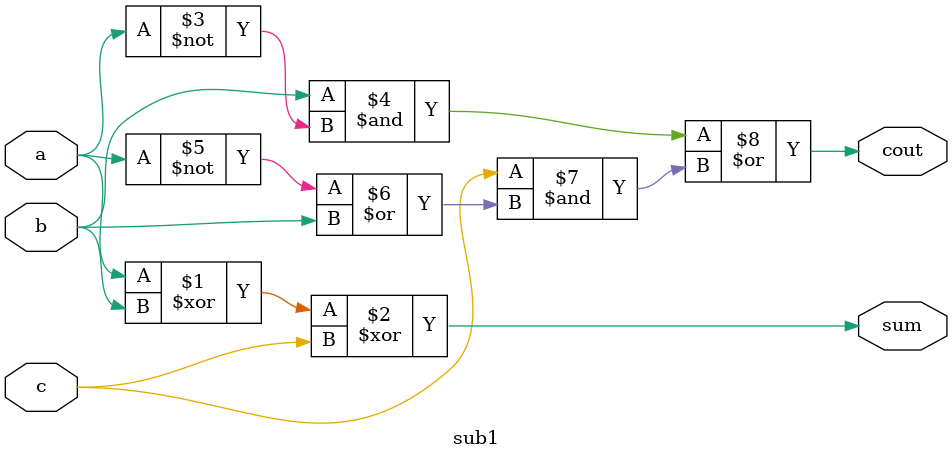
<source format=v>
module sub1 ( a,b,c, sum, cout );

	input a,b,c;
	output sum, cout;
	
	assign sum = a ^ b ^ c;
	assign cout = ( b & ~a ) | (c & ( ~a | b ));
	
endmodule
</source>
